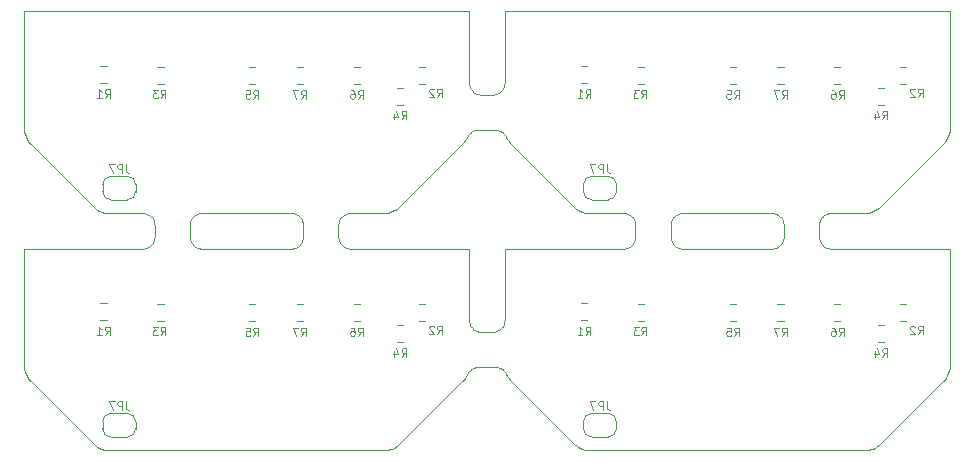
<source format=gbr>
G04 #@! TF.GenerationSoftware,KiCad,Pcbnew,5.1.5+dfsg1-2build2*
G04 #@! TF.CreationDate,2021-02-18T17:25:55-08:00*
G04 #@! TF.ProjectId,panel,70616e65-6c2e-46b6-9963-61645f706362,rev?*
G04 #@! TF.SameCoordinates,Original*
G04 #@! TF.FileFunction,Legend,Bot*
G04 #@! TF.FilePolarity,Positive*
%FSLAX46Y46*%
G04 Gerber Fmt 4.6, Leading zero omitted, Abs format (unit mm)*
G04 Created by KiCad (PCBNEW 5.1.5+dfsg1-2build2) date 2021-02-18 17:25:55*
%MOMM*%
%LPD*%
G04 APERTURE LIST*
G04 #@! TA.AperFunction,Profile*
%ADD10C,0.100000*%
G04 #@! TD*
%ADD11C,0.120000*%
%ADD12C,0.100000*%
G04 APERTURE END LIST*
D10*
X72644400Y-70082900D02*
X65059100Y-70082900D01*
X72741700Y-70078100D02*
X72644400Y-70082900D01*
X72837800Y-70063900D02*
X72741700Y-70078100D01*
X72932100Y-70040300D02*
X72837800Y-70063900D01*
X73023500Y-70007500D02*
X72932100Y-70040300D01*
X73111400Y-69966000D02*
X73023500Y-70007500D01*
X73194700Y-69916000D02*
X73111400Y-69966000D01*
X73272700Y-69858200D02*
X73194700Y-69916000D01*
X73344700Y-69792900D02*
X73272700Y-69858200D01*
X73410000Y-69720900D02*
X73344700Y-69792900D01*
X73467800Y-69642900D02*
X73410000Y-69720900D01*
X73517800Y-69559600D02*
X73467800Y-69642900D01*
X73559300Y-69471800D02*
X73517800Y-69559600D01*
X73592000Y-69380300D02*
X73559300Y-69471800D01*
X73615600Y-69286000D02*
X73592000Y-69380300D01*
X73629900Y-69189900D02*
X73615600Y-69286000D01*
X73634700Y-69092700D02*
X73629900Y-69189900D01*
X73634700Y-68074000D02*
X73634700Y-69092700D01*
X73629900Y-67976700D02*
X73634700Y-68074000D01*
X73615600Y-67880600D02*
X73629900Y-67976700D01*
X73592000Y-67786400D02*
X73615600Y-67880600D01*
X73559300Y-67694900D02*
X73592000Y-67786400D01*
X73517800Y-67607100D02*
X73559300Y-67694900D01*
X73467900Y-67523800D02*
X73517800Y-67607100D01*
X73410000Y-67445700D02*
X73467900Y-67523800D01*
X73344800Y-67373700D02*
X73410000Y-67445700D01*
X73272800Y-67308500D02*
X73344800Y-67373700D01*
X73194800Y-67250600D02*
X73272800Y-67308500D01*
X73111400Y-67200700D02*
X73194800Y-67250600D01*
X73023600Y-67159100D02*
X73111400Y-67200700D01*
X72932200Y-67126400D02*
X73023600Y-67159100D01*
X72837900Y-67102800D02*
X72932200Y-67126400D01*
X72741900Y-67088500D02*
X72837900Y-67102800D01*
X72644600Y-67083700D02*
X72741900Y-67088500D01*
X65059200Y-67082600D02*
X72644600Y-67083700D01*
X64961900Y-67087300D02*
X65059200Y-67082600D01*
X64865800Y-67101600D02*
X64961900Y-67087300D01*
X64771600Y-67125200D02*
X64865800Y-67101600D01*
X64680100Y-67157900D02*
X64771600Y-67125200D01*
X64592300Y-67199400D02*
X64680100Y-67157900D01*
X64508900Y-67249400D02*
X64592300Y-67199400D01*
X64430900Y-67307200D02*
X64508900Y-67249400D01*
X64358900Y-67372500D02*
X64430900Y-67307200D01*
X64293600Y-67444500D02*
X64358900Y-67372500D01*
X64235700Y-67522500D02*
X64293600Y-67444500D01*
X64185800Y-67605800D02*
X64235700Y-67522500D01*
X64144200Y-67693700D02*
X64185800Y-67605800D01*
X64111500Y-67785200D02*
X64144200Y-67693700D01*
X64087900Y-67879400D02*
X64111500Y-67785200D01*
X64073600Y-67975500D02*
X64087900Y-67879400D01*
X64068800Y-68072800D02*
X64073600Y-67975500D01*
X64068800Y-69092700D02*
X64068800Y-68072800D01*
X64073600Y-69189900D02*
X64068800Y-69092700D01*
X64087900Y-69286000D02*
X64073600Y-69189900D01*
X64111500Y-69380300D02*
X64087900Y-69286000D01*
X64144200Y-69471800D02*
X64111500Y-69380300D01*
X64185700Y-69559600D02*
X64144200Y-69471800D01*
X64235700Y-69642900D02*
X64185700Y-69559600D01*
X64293600Y-69720900D02*
X64235700Y-69642900D01*
X64358800Y-69792900D02*
X64293600Y-69720900D01*
X64430800Y-69858200D02*
X64358800Y-69792900D01*
X64508800Y-69916000D02*
X64430800Y-69858200D01*
X64592200Y-69966000D02*
X64508800Y-69916000D01*
X64680000Y-70007500D02*
X64592200Y-69966000D01*
X64771500Y-70040300D02*
X64680000Y-70007500D01*
X64865700Y-70063900D02*
X64771500Y-70040300D01*
X64961800Y-70078100D02*
X64865700Y-70063900D01*
X65059100Y-70082900D02*
X64961800Y-70078100D01*
X87488100Y-60734200D02*
X87533600Y-60632300D01*
X87381200Y-60919400D02*
X87488100Y-60734200D01*
X87255200Y-61092200D02*
X87381200Y-60919400D01*
X87107900Y-61254900D02*
X87255200Y-61092200D01*
X81868200Y-66494500D02*
X87107900Y-61254900D01*
X81718300Y-66630300D02*
X81868200Y-66494500D01*
X81560100Y-66747600D02*
X81718300Y-66630300D01*
X81402700Y-66842300D02*
X81560100Y-66747600D01*
X81380900Y-66853900D02*
X81402700Y-66842300D01*
X81214600Y-66932300D02*
X81380900Y-66853900D01*
X81041200Y-66994600D02*
X81214600Y-66932300D01*
X81017600Y-67001800D02*
X81041200Y-66994600D01*
X80839200Y-67046200D02*
X81017600Y-67001800D01*
X80645000Y-67075000D02*
X80839200Y-67046200D01*
X80442500Y-67084900D02*
X80645000Y-67075000D01*
X77627100Y-67084500D02*
X80442500Y-67084900D01*
X77529800Y-67089200D02*
X77627100Y-67084500D01*
X77433700Y-67103500D02*
X77529800Y-67089200D01*
X77339400Y-67127100D02*
X77433700Y-67103500D01*
X77247900Y-67159800D02*
X77339400Y-67127100D01*
X77160100Y-67201300D02*
X77247900Y-67159800D01*
X77076800Y-67251300D02*
X77160100Y-67201300D01*
X76998700Y-67309100D02*
X77076800Y-67251300D01*
X76926700Y-67374400D02*
X76998700Y-67309100D01*
X76861500Y-67446400D02*
X76926700Y-67374400D01*
X76803600Y-67524400D02*
X76861500Y-67446400D01*
X76753600Y-67607800D02*
X76803600Y-67524400D01*
X76712100Y-67695600D02*
X76753600Y-67607800D01*
X76679300Y-67787100D02*
X76712100Y-67695600D01*
X76655700Y-67881300D02*
X76679300Y-67787100D01*
X76641500Y-67977400D02*
X76655700Y-67881300D01*
X76636700Y-68074700D02*
X76641500Y-67977400D01*
X76636700Y-69092700D02*
X76636700Y-68074700D01*
X76641500Y-69189900D02*
X76636700Y-69092700D01*
X76655700Y-69286000D02*
X76641500Y-69189900D01*
X76679300Y-69380300D02*
X76655700Y-69286000D01*
X76712100Y-69471800D02*
X76679300Y-69380300D01*
X76753600Y-69559600D02*
X76712100Y-69471800D01*
X76803500Y-69642900D02*
X76753600Y-69559600D01*
X76861400Y-69720900D02*
X76803500Y-69642900D01*
X76926700Y-69792900D02*
X76861400Y-69720900D01*
X76998600Y-69858200D02*
X76926700Y-69792900D01*
X77076700Y-69916000D02*
X76998600Y-69858200D01*
X77160000Y-69966000D02*
X77076700Y-69916000D01*
X77247800Y-70007500D02*
X77160000Y-69966000D01*
X77339300Y-70040300D02*
X77247800Y-70007500D01*
X77433500Y-70063900D02*
X77339300Y-70040300D01*
X77529600Y-70078100D02*
X77433500Y-70063900D01*
X77626900Y-70082900D02*
X77529600Y-70078100D01*
X87686000Y-70082900D02*
X77626900Y-70082900D01*
X87694000Y-70084400D02*
X87686000Y-70082900D01*
X87698500Y-70089400D02*
X87694000Y-70084400D01*
X87699600Y-70096500D02*
X87698500Y-70089400D01*
X87702600Y-76135100D02*
X87699600Y-70096500D01*
X87707400Y-76232400D02*
X87702600Y-76135100D01*
X87721700Y-76328400D02*
X87707400Y-76232400D01*
X87745400Y-76422600D02*
X87721700Y-76328400D01*
X87778100Y-76514100D02*
X87745400Y-76422600D01*
X87819700Y-76601800D02*
X87778100Y-76514100D01*
X87869600Y-76685100D02*
X87819700Y-76601800D01*
X87927500Y-76763100D02*
X87869600Y-76685100D01*
X87992700Y-76835100D02*
X87927500Y-76763100D01*
X88064700Y-76900300D02*
X87992700Y-76835100D01*
X88142700Y-76958100D02*
X88064700Y-76900300D01*
X88226100Y-77008000D02*
X88142700Y-76958100D01*
X88313900Y-77049500D02*
X88226100Y-77008000D01*
X88405300Y-77082300D02*
X88313900Y-77049500D01*
X88499500Y-77105800D02*
X88405300Y-77082300D01*
X88595600Y-77120100D02*
X88499500Y-77105800D01*
X88692800Y-77124900D02*
X88595600Y-77120100D01*
X89712800Y-77124900D02*
X88692800Y-77124900D01*
X89810100Y-77120100D02*
X89712800Y-77124900D01*
X89906200Y-77105800D02*
X89810100Y-77120100D01*
X90000400Y-77082200D02*
X89906200Y-77105800D01*
X90091900Y-77049500D02*
X90000400Y-77082200D01*
X90179700Y-77008000D02*
X90091900Y-77049500D01*
X90263000Y-76958000D02*
X90179700Y-77008000D01*
X90341100Y-76900200D02*
X90263000Y-76958000D01*
X90413100Y-76834900D02*
X90341100Y-76900200D01*
X90478300Y-76763000D02*
X90413100Y-76834900D01*
X90536200Y-76685000D02*
X90478300Y-76763000D01*
X90586100Y-76601600D02*
X90536200Y-76685000D01*
X90627700Y-76513800D02*
X90586100Y-76601600D01*
X90660400Y-76422400D02*
X90627700Y-76513800D01*
X90684000Y-76328100D02*
X90660400Y-76422400D01*
X90698300Y-76232000D02*
X90684000Y-76328100D01*
X90703100Y-76134800D02*
X90698300Y-76232000D01*
X90704000Y-70096500D02*
X90703100Y-76134800D01*
X90705100Y-70089400D02*
X90704000Y-70096500D01*
X90708800Y-70084900D02*
X90705100Y-70089400D01*
X90717600Y-70082900D02*
X90708800Y-70084900D01*
X100780100Y-70082900D02*
X90717600Y-70082900D01*
X100877400Y-70078100D02*
X100780100Y-70082900D01*
X100973500Y-70063900D02*
X100877400Y-70078100D01*
X101067700Y-70040300D02*
X100973500Y-70063900D01*
X101159200Y-70007500D02*
X101067700Y-70040300D01*
X101247000Y-69966000D02*
X101159200Y-70007500D01*
X101330400Y-69916000D02*
X101247000Y-69966000D01*
X101408400Y-69858200D02*
X101330400Y-69916000D01*
X101480400Y-69792900D02*
X101408400Y-69858200D01*
X101545600Y-69720900D02*
X101480400Y-69792900D01*
X101603500Y-69642900D02*
X101545600Y-69720900D01*
X101653500Y-69559600D02*
X101603500Y-69642900D01*
X101695000Y-69471800D02*
X101653500Y-69559600D01*
X101727700Y-69380300D02*
X101695000Y-69471800D01*
X101751300Y-69286000D02*
X101727700Y-69380300D01*
X101765600Y-69189900D02*
X101751300Y-69286000D01*
X101770400Y-69092700D02*
X101765600Y-69189900D01*
X101770400Y-68072100D02*
X101770400Y-69092700D01*
X101765600Y-67974800D02*
X101770400Y-68072100D01*
X101751300Y-67878700D02*
X101765600Y-67974800D01*
X101727700Y-67784500D02*
X101751300Y-67878700D01*
X101695000Y-67693000D02*
X101727700Y-67784500D01*
X101653500Y-67605200D02*
X101695000Y-67693000D01*
X101603500Y-67521900D02*
X101653500Y-67605200D01*
X101545700Y-67443800D02*
X101603500Y-67521900D01*
X101480400Y-67371800D02*
X101545700Y-67443800D01*
X101408500Y-67306600D02*
X101480400Y-67371800D01*
X101330400Y-67248700D02*
X101408500Y-67306600D01*
X101247100Y-67198800D02*
X101330400Y-67248700D01*
X101159300Y-67157200D02*
X101247100Y-67198800D01*
X101067900Y-67124500D02*
X101159300Y-67157200D01*
X100973600Y-67100900D02*
X101067900Y-67124500D01*
X100877500Y-67086600D02*
X100973600Y-67100900D01*
X100780300Y-67081800D02*
X100877500Y-67086600D01*
X97956900Y-67081400D02*
X100780300Y-67081800D01*
X97725700Y-67068300D02*
X97956900Y-67081400D01*
X97504700Y-67030700D02*
X97725700Y-67068300D01*
X97289200Y-66968600D02*
X97504700Y-67030700D01*
X97082000Y-66882800D02*
X97289200Y-66968600D01*
X96885800Y-66774300D02*
X97082000Y-66882800D01*
X96702900Y-66644500D02*
X96885800Y-66774300D01*
X96530600Y-66490600D02*
X96702900Y-66644500D01*
X91289100Y-61251500D02*
X96530600Y-66490600D01*
X91157000Y-61105500D02*
X91289100Y-61251500D01*
X91040000Y-60947700D02*
X91157000Y-61105500D01*
X90939300Y-60779700D02*
X91040000Y-60947700D01*
X90858600Y-60609800D02*
X90939300Y-60779700D01*
X90810400Y-60520200D02*
X90858600Y-60609800D01*
X90753400Y-60436100D02*
X90810400Y-60520200D01*
X90688100Y-60358300D02*
X90753400Y-60436100D01*
X90615100Y-60287600D02*
X90688100Y-60358300D01*
X90535400Y-60224800D02*
X90615100Y-60287600D01*
X90449500Y-60170500D02*
X90535400Y-60224800D01*
X90358600Y-60125200D02*
X90449500Y-60170500D01*
X90263600Y-60089500D02*
X90358600Y-60125200D01*
X90165300Y-60063800D02*
X90263600Y-60089500D01*
X90065000Y-60048200D02*
X90165300Y-60063800D01*
X89963300Y-60043000D02*
X90065000Y-60048200D01*
X88439200Y-60043000D02*
X89963300Y-60043000D01*
X88343900Y-60047500D02*
X88439200Y-60043000D01*
X88249700Y-60061200D02*
X88343900Y-60047500D01*
X88157300Y-60083900D02*
X88249700Y-60061200D01*
X88067400Y-60115300D02*
X88157300Y-60083900D01*
X87981000Y-60155200D02*
X88067400Y-60115300D01*
X87898900Y-60203200D02*
X87981000Y-60155200D01*
X87821700Y-60258900D02*
X87898900Y-60203200D01*
X87750200Y-60321800D02*
X87821700Y-60258900D01*
X87685100Y-60391200D02*
X87750200Y-60321800D01*
X87627000Y-60466500D02*
X87685100Y-60391200D01*
X87576400Y-60547100D02*
X87627000Y-60466500D01*
X87533600Y-60632300D02*
X87576400Y-60547100D01*
X113348000Y-70082900D02*
X105762600Y-70082900D01*
X113445200Y-70078100D02*
X113348000Y-70082900D01*
X113541300Y-70063900D02*
X113445200Y-70078100D01*
X113635600Y-70040300D02*
X113541300Y-70063900D01*
X113727100Y-70007500D02*
X113635600Y-70040300D01*
X113814900Y-69966000D02*
X113727100Y-70007500D01*
X113898200Y-69916000D02*
X113814900Y-69966000D01*
X113976200Y-69858200D02*
X113898200Y-69916000D01*
X114048200Y-69792900D02*
X113976200Y-69858200D01*
X114113500Y-69720900D02*
X114048200Y-69792900D01*
X114171300Y-69642900D02*
X114113500Y-69720900D01*
X114221300Y-69559600D02*
X114171300Y-69642900D01*
X114262800Y-69471800D02*
X114221300Y-69559600D01*
X114295600Y-69380300D02*
X114262800Y-69471800D01*
X114319200Y-69286000D02*
X114295600Y-69380300D01*
X114333400Y-69189900D02*
X114319200Y-69286000D01*
X114338200Y-69092700D02*
X114333400Y-69189900D01*
X114338200Y-68074000D02*
X114338200Y-69092700D01*
X114333400Y-67976700D02*
X114338200Y-68074000D01*
X114319200Y-67880600D02*
X114333400Y-67976700D01*
X114295600Y-67786400D02*
X114319200Y-67880600D01*
X114262800Y-67694900D02*
X114295600Y-67786400D01*
X114221300Y-67607100D02*
X114262800Y-67694900D01*
X114171400Y-67523800D02*
X114221300Y-67607100D01*
X114113500Y-67445700D02*
X114171400Y-67523800D01*
X114048300Y-67373700D02*
X114113500Y-67445700D01*
X113976300Y-67308500D02*
X114048300Y-67373700D01*
X113898300Y-67250600D02*
X113976300Y-67308500D01*
X113815000Y-67200700D02*
X113898300Y-67250600D01*
X113727200Y-67159100D02*
X113815000Y-67200700D01*
X113635700Y-67126400D02*
X113727200Y-67159100D01*
X113541500Y-67102800D02*
X113635700Y-67126400D01*
X113445400Y-67088500D02*
X113541500Y-67102800D01*
X113348100Y-67083700D02*
X113445400Y-67088500D01*
X105762800Y-67082600D02*
X113348100Y-67083700D01*
X105665500Y-67087300D02*
X105762800Y-67082600D01*
X105569400Y-67101600D02*
X105665500Y-67087300D01*
X105475100Y-67125200D02*
X105569400Y-67101600D01*
X105383600Y-67157900D02*
X105475100Y-67125200D01*
X105295800Y-67199400D02*
X105383600Y-67157900D01*
X105212400Y-67249400D02*
X105295800Y-67199400D01*
X105134400Y-67307200D02*
X105212400Y-67249400D01*
X105062400Y-67372500D02*
X105134400Y-67307200D01*
X104997100Y-67444500D02*
X105062400Y-67372500D01*
X104939200Y-67522500D02*
X104997100Y-67444500D01*
X104889300Y-67605800D02*
X104939200Y-67522500D01*
X104847700Y-67693700D02*
X104889300Y-67605800D01*
X104815000Y-67785200D02*
X104847700Y-67693700D01*
X104791400Y-67879400D02*
X104815000Y-67785200D01*
X104777100Y-67975500D02*
X104791400Y-67879400D01*
X104772400Y-68072800D02*
X104777100Y-67975500D01*
X104772400Y-69092700D02*
X104772400Y-68072800D01*
X104777100Y-69189900D02*
X104772400Y-69092700D01*
X104791400Y-69286000D02*
X104777100Y-69189900D01*
X104815000Y-69380300D02*
X104791400Y-69286000D01*
X104847700Y-69471800D02*
X104815000Y-69380300D01*
X104889300Y-69559600D02*
X104847700Y-69471800D01*
X104939200Y-69642900D02*
X104889300Y-69559600D01*
X104997100Y-69720900D02*
X104939200Y-69642900D01*
X105062300Y-69792900D02*
X104997100Y-69720900D01*
X105134300Y-69858200D02*
X105062300Y-69792900D01*
X105212400Y-69916000D02*
X105134300Y-69858200D01*
X105295700Y-69966000D02*
X105212400Y-69916000D01*
X105383500Y-70007500D02*
X105295700Y-69966000D01*
X105475000Y-70040300D02*
X105383500Y-70007500D01*
X105569200Y-70063900D02*
X105475000Y-70040300D01*
X105665300Y-70078100D02*
X105569200Y-70063900D01*
X105762600Y-70082900D02*
X105665300Y-70078100D01*
X50001300Y-50006400D02*
X50000500Y-50011600D01*
X50003800Y-50002300D02*
X50001300Y-50006400D01*
X50007900Y-49999800D02*
X50003800Y-50002300D01*
X50014100Y-49999000D02*
X50007900Y-49999800D01*
X87691200Y-49999500D02*
X50014100Y-49999000D01*
X87697600Y-50003800D02*
X87691200Y-49999500D01*
X87699600Y-50012600D02*
X87697600Y-50003800D01*
X87702600Y-56051200D02*
X87699600Y-50012600D01*
X87707400Y-56148400D02*
X87702600Y-56051200D01*
X87721700Y-56244500D02*
X87707400Y-56148400D01*
X87745400Y-56338700D02*
X87721700Y-56244500D01*
X87778100Y-56430100D02*
X87745400Y-56338700D01*
X87819700Y-56517900D02*
X87778100Y-56430100D01*
X87869600Y-56601200D02*
X87819700Y-56517900D01*
X87927500Y-56679200D02*
X87869600Y-56601200D01*
X87992700Y-56751200D02*
X87927500Y-56679200D01*
X88064700Y-56816400D02*
X87992700Y-56751200D01*
X88142700Y-56874200D02*
X88064700Y-56816400D01*
X88226100Y-56924100D02*
X88142700Y-56874200D01*
X88313900Y-56965600D02*
X88226100Y-56924100D01*
X88405300Y-56998300D02*
X88313900Y-56965600D01*
X88499500Y-57021900D02*
X88405300Y-56998300D01*
X88595600Y-57036200D02*
X88499500Y-57021900D01*
X88692800Y-57041000D02*
X88595600Y-57036200D01*
X89712800Y-57041000D02*
X88692800Y-57041000D01*
X89810100Y-57036200D02*
X89712800Y-57041000D01*
X89906200Y-57021900D02*
X89810100Y-57036200D01*
X90000400Y-56998300D02*
X89906200Y-57021900D01*
X90091900Y-56965600D02*
X90000400Y-56998300D01*
X90179700Y-56924100D02*
X90091900Y-56965600D01*
X90263000Y-56874100D02*
X90179700Y-56924100D01*
X90341100Y-56816300D02*
X90263000Y-56874100D01*
X90413100Y-56751000D02*
X90341100Y-56816300D01*
X90478300Y-56679100D02*
X90413100Y-56751000D01*
X90536200Y-56601000D02*
X90478300Y-56679100D01*
X90586100Y-56517700D02*
X90536200Y-56601000D01*
X90627700Y-56429900D02*
X90586100Y-56517700D01*
X90660400Y-56338500D02*
X90627700Y-56429900D01*
X90684000Y-56244200D02*
X90660400Y-56338500D01*
X90698300Y-56148100D02*
X90684000Y-56244200D01*
X90703100Y-56050900D02*
X90698300Y-56148100D01*
X90704000Y-50012600D02*
X90703100Y-56050900D01*
X90706000Y-50003800D02*
X90704000Y-50012600D01*
X90712400Y-49999500D02*
X90706000Y-50003800D01*
X128389500Y-49999000D02*
X90712400Y-49999500D01*
X128396600Y-50000100D02*
X128389500Y-49999000D01*
X128401600Y-50004600D02*
X128396600Y-50000100D01*
X128403100Y-50012600D02*
X128401600Y-50004600D01*
X128407700Y-59912500D02*
X128403100Y-50012600D01*
X128386800Y-60125800D02*
X128407700Y-59912500D01*
X128346700Y-60321800D02*
X128386800Y-60125800D01*
X128339900Y-60347700D02*
X128346700Y-60321800D01*
X128278400Y-60538200D02*
X128339900Y-60347700D01*
X128197500Y-60721900D02*
X128278400Y-60538200D01*
X128185400Y-60745700D02*
X128197500Y-60721900D01*
X128091700Y-60908000D02*
X128185400Y-60745700D01*
X128077300Y-60930100D02*
X128091700Y-60908000D01*
X127959100Y-61091700D02*
X128077300Y-60930100D01*
X127811300Y-61254900D02*
X127959100Y-61091700D01*
X122571700Y-66494500D02*
X127811300Y-61254900D01*
X122421800Y-66630300D02*
X122571700Y-66494500D01*
X122263700Y-66747600D02*
X122421800Y-66630300D01*
X122106200Y-66842300D02*
X122263700Y-66747600D01*
X122084400Y-66853900D02*
X122106200Y-66842300D01*
X121918100Y-66932300D02*
X122084400Y-66853900D01*
X121744700Y-66994600D02*
X121918100Y-66932300D01*
X121721100Y-67001800D02*
X121744700Y-66994600D01*
X121542700Y-67046200D02*
X121721100Y-67001800D01*
X121348000Y-67075000D02*
X121542700Y-67046200D01*
X121146000Y-67084900D02*
X121348000Y-67075000D01*
X118330600Y-67084500D02*
X121146000Y-67084900D01*
X118233300Y-67089200D02*
X118330600Y-67084500D01*
X118137200Y-67103500D02*
X118233300Y-67089200D01*
X118042900Y-67127100D02*
X118137200Y-67103500D01*
X117951500Y-67159800D02*
X118042900Y-67127100D01*
X117863600Y-67201300D02*
X117951500Y-67159800D01*
X117780300Y-67251300D02*
X117863600Y-67201300D01*
X117702200Y-67309100D02*
X117780300Y-67251300D01*
X117630200Y-67374400D02*
X117702200Y-67309100D01*
X117565000Y-67446400D02*
X117630200Y-67374400D01*
X117507100Y-67524400D02*
X117565000Y-67446400D01*
X117457100Y-67607800D02*
X117507100Y-67524400D01*
X117415600Y-67695600D02*
X117457100Y-67607800D01*
X117382800Y-67787100D02*
X117415600Y-67695600D01*
X117359200Y-67881300D02*
X117382800Y-67787100D01*
X117345000Y-67977400D02*
X117359200Y-67881300D01*
X117340200Y-68074700D02*
X117345000Y-67977400D01*
X117340200Y-69092700D02*
X117340200Y-68074700D01*
X117345000Y-69189900D02*
X117340200Y-69092700D01*
X117359200Y-69286000D02*
X117345000Y-69189900D01*
X117382800Y-69380300D02*
X117359200Y-69286000D01*
X117415600Y-69471800D02*
X117382800Y-69380300D01*
X117457100Y-69559600D02*
X117415600Y-69471800D01*
X117507100Y-69642900D02*
X117457100Y-69559600D01*
X117564900Y-69720900D02*
X117507100Y-69642900D01*
X117630200Y-69792900D02*
X117564900Y-69720900D01*
X117702200Y-69858200D02*
X117630200Y-69792900D01*
X117780200Y-69916000D02*
X117702200Y-69858200D01*
X117863500Y-69966000D02*
X117780200Y-69916000D01*
X117951300Y-70007500D02*
X117863500Y-69966000D01*
X118042800Y-70040300D02*
X117951300Y-70007500D01*
X118137100Y-70063900D02*
X118042800Y-70040300D01*
X118233200Y-70078100D02*
X118137100Y-70063900D01*
X118330400Y-70082900D02*
X118233200Y-70078100D01*
X128389500Y-70082900D02*
X118330400Y-70082900D01*
X128396600Y-70084000D02*
X128389500Y-70082900D01*
X128400500Y-70086900D02*
X128396600Y-70084000D01*
X128403100Y-70096500D02*
X128400500Y-70086900D01*
X128408000Y-79984300D02*
X128403100Y-70096500D01*
X128406800Y-80008900D02*
X128408000Y-79984300D01*
X128388500Y-80196100D02*
X128406800Y-80008900D01*
X128384500Y-80222500D02*
X128388500Y-80196100D01*
X128343500Y-80419100D02*
X128384500Y-80222500D01*
X128278200Y-80622600D02*
X128343500Y-80419100D01*
X128191800Y-80817700D02*
X128278200Y-80622600D01*
X128085000Y-81002900D02*
X128191800Y-80817700D01*
X127959100Y-81175700D02*
X128085000Y-81002900D01*
X127815500Y-81334500D02*
X127959100Y-81175700D01*
X122567200Y-86582800D02*
X127815500Y-81334500D01*
X122421400Y-86714600D02*
X122567200Y-86582800D01*
X122264100Y-86831200D02*
X122421400Y-86714600D01*
X122095600Y-86932200D02*
X122264100Y-86831200D01*
X121929200Y-87011300D02*
X122095600Y-86932200D01*
X121906400Y-87020700D02*
X121929200Y-87011300D01*
X121744700Y-87078500D02*
X121906400Y-87020700D01*
X121721100Y-87085700D02*
X121744700Y-87078500D01*
X121542300Y-87130200D02*
X121721100Y-87085700D01*
X121348000Y-87158900D02*
X121542300Y-87130200D01*
X121146000Y-87168800D02*
X121348000Y-87158900D01*
X97956900Y-87165300D02*
X121146000Y-87168800D01*
X97726300Y-87152300D02*
X97956900Y-87165300D01*
X97505200Y-87114800D02*
X97726300Y-87152300D01*
X97289200Y-87052500D02*
X97505200Y-87114800D01*
X97095200Y-86972600D02*
X97289200Y-87052500D01*
X97069800Y-86960400D02*
X97095200Y-86972600D01*
X96886200Y-86858500D02*
X97069800Y-86960400D01*
X96714400Y-86737100D02*
X96886200Y-86858500D01*
X96692400Y-86719600D02*
X96714400Y-86737100D01*
X96535800Y-86579500D02*
X96692400Y-86719600D01*
X91289100Y-81335400D02*
X96535800Y-86579500D01*
X91157000Y-81189400D02*
X91289100Y-81335400D01*
X91040300Y-81032100D02*
X91157000Y-81189400D01*
X90939300Y-80863600D02*
X91040300Y-81032100D01*
X90858600Y-80693800D02*
X90939300Y-80863600D01*
X90810400Y-80604100D02*
X90858600Y-80693800D01*
X90753400Y-80520000D02*
X90810400Y-80604100D01*
X90688100Y-80442200D02*
X90753400Y-80520000D01*
X90615100Y-80371600D02*
X90688100Y-80442200D01*
X90535400Y-80308700D02*
X90615100Y-80371600D01*
X90449500Y-80254400D02*
X90535400Y-80308700D01*
X90358600Y-80209100D02*
X90449500Y-80254400D01*
X90263600Y-80173400D02*
X90358600Y-80209100D01*
X90165300Y-80147700D02*
X90263600Y-80173400D01*
X90065000Y-80132100D02*
X90165300Y-80147700D01*
X89963300Y-80126900D02*
X90065000Y-80132100D01*
X88439200Y-80126900D02*
X89963300Y-80126900D01*
X88343900Y-80131500D02*
X88439200Y-80126900D01*
X88249700Y-80145100D02*
X88343900Y-80131500D01*
X88157300Y-80167800D02*
X88249700Y-80145100D01*
X88067400Y-80199200D02*
X88157300Y-80167800D01*
X87981000Y-80239100D02*
X88067400Y-80199200D01*
X87898900Y-80287100D02*
X87981000Y-80239100D01*
X87821700Y-80342800D02*
X87898900Y-80287100D01*
X87750200Y-80405700D02*
X87821700Y-80342800D01*
X87685100Y-80475100D02*
X87750200Y-80405700D01*
X87627000Y-80550400D02*
X87685100Y-80475100D01*
X87576400Y-80631000D02*
X87627000Y-80550400D01*
X87533600Y-80716300D02*
X87576400Y-80631000D01*
X87488100Y-80818100D02*
X87533600Y-80716300D01*
X87381200Y-81003300D02*
X87488100Y-80818100D01*
X87255600Y-81175700D02*
X87381200Y-81003300D01*
X87112000Y-81334500D02*
X87255600Y-81175700D01*
X81863800Y-86582600D02*
X87112000Y-81334500D01*
X81718300Y-86714300D02*
X81863800Y-86582600D01*
X81570500Y-86824300D02*
X81718300Y-86714300D01*
X81550000Y-86838000D02*
X81570500Y-86824300D01*
X81391700Y-86932400D02*
X81550000Y-86838000D01*
X81214600Y-87016200D02*
X81391700Y-86932400D01*
X81041200Y-87078500D02*
X81214600Y-87016200D01*
X81017600Y-87085700D02*
X81041200Y-87078500D01*
X80839200Y-87130100D02*
X81017600Y-87085700D01*
X80644500Y-87158900D02*
X80839200Y-87130100D01*
X80442500Y-87168800D02*
X80644500Y-87158900D01*
X57253400Y-87165300D02*
X80442500Y-87168800D01*
X57022800Y-87152300D02*
X57253400Y-87165300D01*
X56815300Y-87117500D02*
X57022800Y-87152300D01*
X56787800Y-87111200D02*
X56815300Y-87117500D01*
X56599400Y-87056900D02*
X56787800Y-87111200D01*
X56573100Y-87047700D02*
X56599400Y-87056900D01*
X56378500Y-86966700D02*
X56573100Y-87047700D01*
X56182200Y-86858200D02*
X56378500Y-86966700D01*
X55999400Y-86728400D02*
X56182200Y-86858200D01*
X55827100Y-86574600D02*
X55999400Y-86728400D01*
X50585500Y-81335400D02*
X55827100Y-86574600D01*
X50453500Y-81189400D02*
X50585500Y-81335400D01*
X50336500Y-81031700D02*
X50453500Y-81189400D01*
X50235500Y-80863200D02*
X50336500Y-81031700D01*
X50151500Y-80685600D02*
X50235500Y-80863200D01*
X50085500Y-80501100D02*
X50151500Y-80685600D01*
X50037800Y-80310500D02*
X50085500Y-80501100D01*
X50008900Y-80116200D02*
X50037800Y-80310500D01*
X49999100Y-79919700D02*
X50008900Y-80116200D01*
X50001000Y-70091300D02*
X49999100Y-79919700D01*
X50005300Y-70084900D02*
X50001000Y-70091300D01*
X50014100Y-70082900D02*
X50005300Y-70084900D01*
X60076600Y-70082900D02*
X50014100Y-70082900D01*
X60173900Y-70078100D02*
X60076600Y-70082900D01*
X60270000Y-70063900D02*
X60173900Y-70078100D01*
X60364200Y-70040300D02*
X60270000Y-70063900D01*
X60455700Y-70007500D02*
X60364200Y-70040300D01*
X60543500Y-69966000D02*
X60455700Y-70007500D01*
X60626800Y-69916000D02*
X60543500Y-69966000D01*
X60704900Y-69858200D02*
X60626800Y-69916000D01*
X60776900Y-69792900D02*
X60704900Y-69858200D01*
X60842100Y-69720900D02*
X60776900Y-69792900D01*
X60900000Y-69642900D02*
X60842100Y-69720900D01*
X60949900Y-69559600D02*
X60900000Y-69642900D01*
X60991500Y-69471800D02*
X60949900Y-69559600D01*
X61024200Y-69380300D02*
X60991500Y-69471800D01*
X61047800Y-69286000D02*
X61024200Y-69380300D01*
X61062100Y-69189900D02*
X61047800Y-69286000D01*
X61066800Y-69092700D02*
X61062100Y-69189900D01*
X61066800Y-68072100D02*
X61066800Y-69092700D01*
X61062100Y-67974800D02*
X61066800Y-68072100D01*
X61047800Y-67878700D02*
X61062100Y-67974800D01*
X61024200Y-67784500D02*
X61047800Y-67878700D01*
X60991500Y-67693000D02*
X61024200Y-67784500D01*
X60950000Y-67605200D02*
X60991500Y-67693000D01*
X60900000Y-67521900D02*
X60950000Y-67605200D01*
X60842200Y-67443800D02*
X60900000Y-67521900D01*
X60776900Y-67371800D02*
X60842200Y-67443800D01*
X60704900Y-67306600D02*
X60776900Y-67371800D01*
X60626900Y-67248700D02*
X60704900Y-67306600D01*
X60543600Y-67198800D02*
X60626900Y-67248700D01*
X60455800Y-67157200D02*
X60543600Y-67198800D01*
X60364300Y-67124500D02*
X60455800Y-67157200D01*
X60270100Y-67100900D02*
X60364300Y-67124500D01*
X60174000Y-67086600D02*
X60270100Y-67100900D01*
X60076700Y-67081800D02*
X60174000Y-67086600D01*
X57253400Y-67081400D02*
X60076700Y-67081800D01*
X57036300Y-67069600D02*
X57253400Y-67081400D01*
X57008600Y-67066400D02*
X57036300Y-67069600D01*
X56801700Y-67030900D02*
X57008600Y-67066400D01*
X56586200Y-66968800D02*
X56801700Y-67030900D01*
X56379000Y-66883000D02*
X56586200Y-66968800D01*
X56182200Y-66774300D02*
X56379000Y-66883000D01*
X55999400Y-66644500D02*
X56182200Y-66774300D01*
X55827100Y-66490700D02*
X55999400Y-66644500D01*
X50589800Y-61255800D02*
X55827100Y-66490700D01*
X50453500Y-61105500D02*
X50589800Y-61255800D01*
X50343800Y-60958100D02*
X50453500Y-61105500D01*
X50330200Y-60937800D02*
X50343800Y-60958100D01*
X50235700Y-60779700D02*
X50330200Y-60937800D01*
X50156600Y-60613200D02*
X50235700Y-60779700D01*
X50147200Y-60590400D02*
X50156600Y-60613200D01*
X50085400Y-60416700D02*
X50147200Y-60590400D01*
X50040400Y-60238500D02*
X50085400Y-60416700D01*
X50035600Y-60214300D02*
X50040400Y-60238500D01*
X50008900Y-60031800D02*
X50035600Y-60214300D01*
X49999100Y-59836000D02*
X50008900Y-60031800D01*
X50000500Y-50011600D02*
X49999100Y-59836000D01*
D11*
G04 #@! TO.C,JP7*
X99478122Y-84037911D02*
X98078122Y-84037911D01*
X97378122Y-84737911D02*
X97378122Y-85337911D01*
X98078122Y-86037911D02*
X99478122Y-86037911D01*
X100178122Y-85337911D02*
X100178122Y-84737911D01*
X98078122Y-84037911D02*
G75*
G03X97378122Y-84737911I0J-700000D01*
G01*
X97378122Y-85337911D02*
G75*
G03X98078122Y-86037911I700000J0D01*
G01*
X99478122Y-86037911D02*
G75*
G03X100178122Y-85337911I0J700000D01*
G01*
X100178122Y-84737911D02*
G75*
G03X99478122Y-84037911I-700000J0D01*
G01*
G04 #@! TO.C,R1*
X97184770Y-74707911D02*
X97707274Y-74707911D01*
X97184770Y-76127911D02*
X97707274Y-76127911D01*
G04 #@! TO.C,R2*
X124164770Y-74797911D02*
X124687274Y-74797911D01*
X124164770Y-76217911D02*
X124687274Y-76217911D01*
G04 #@! TO.C,R3*
X102539374Y-76217911D02*
X102016870Y-76217911D01*
X102539374Y-74797911D02*
X102016870Y-74797911D01*
G04 #@! TO.C,R4*
X122307870Y-76547911D02*
X122830374Y-76547911D01*
X122307870Y-77967911D02*
X122830374Y-77967911D01*
G04 #@! TO.C,R5*
X109766870Y-74797911D02*
X110289374Y-74797911D01*
X109766870Y-76217911D02*
X110289374Y-76217911D01*
G04 #@! TO.C,R6*
X118624770Y-74797911D02*
X119147274Y-74797911D01*
X118624770Y-76217911D02*
X119147274Y-76217911D01*
G04 #@! TO.C,R7*
X113804770Y-74797911D02*
X114327274Y-74797911D01*
X113804770Y-76217911D02*
X114327274Y-76217911D01*
G04 #@! TO.C,JP7*
X58774601Y-84037911D02*
X57374601Y-84037911D01*
X56674601Y-84737911D02*
X56674601Y-85337911D01*
X57374601Y-86037911D02*
X58774601Y-86037911D01*
X59474601Y-85337911D02*
X59474601Y-84737911D01*
X57374601Y-84037911D02*
G75*
G03X56674601Y-84737911I0J-700000D01*
G01*
X56674601Y-85337911D02*
G75*
G03X57374601Y-86037911I700000J0D01*
G01*
X58774601Y-86037911D02*
G75*
G03X59474601Y-85337911I0J700000D01*
G01*
X59474601Y-84737911D02*
G75*
G03X58774601Y-84037911I-700000J0D01*
G01*
G04 #@! TO.C,R1*
X56481249Y-74707911D02*
X57003753Y-74707911D01*
X56481249Y-76127911D02*
X57003753Y-76127911D01*
G04 #@! TO.C,R2*
X83461249Y-74797911D02*
X83983753Y-74797911D01*
X83461249Y-76217911D02*
X83983753Y-76217911D01*
G04 #@! TO.C,R3*
X61835853Y-76217911D02*
X61313349Y-76217911D01*
X61835853Y-74797911D02*
X61313349Y-74797911D01*
G04 #@! TO.C,R4*
X81604349Y-76547911D02*
X82126853Y-76547911D01*
X81604349Y-77967911D02*
X82126853Y-77967911D01*
G04 #@! TO.C,R5*
X69063349Y-74797911D02*
X69585853Y-74797911D01*
X69063349Y-76217911D02*
X69585853Y-76217911D01*
G04 #@! TO.C,R6*
X77921249Y-74797911D02*
X78443753Y-74797911D01*
X77921249Y-76217911D02*
X78443753Y-76217911D01*
G04 #@! TO.C,R7*
X73101249Y-74797911D02*
X73623753Y-74797911D01*
X73101249Y-76217911D02*
X73623753Y-76217911D01*
G04 #@! TO.C,JP7*
X99478122Y-63954001D02*
X98078122Y-63954001D01*
X97378122Y-64654001D02*
X97378122Y-65254001D01*
X98078122Y-65954001D02*
X99478122Y-65954001D01*
X100178122Y-65254001D02*
X100178122Y-64654001D01*
X98078122Y-63954001D02*
G75*
G03X97378122Y-64654001I0J-700000D01*
G01*
X97378122Y-65254001D02*
G75*
G03X98078122Y-65954001I700000J0D01*
G01*
X99478122Y-65954001D02*
G75*
G03X100178122Y-65254001I0J700000D01*
G01*
X100178122Y-64654001D02*
G75*
G03X99478122Y-63954001I-700000J0D01*
G01*
G04 #@! TO.C,R1*
X97184770Y-54624001D02*
X97707274Y-54624001D01*
X97184770Y-56044001D02*
X97707274Y-56044001D01*
G04 #@! TO.C,R2*
X124164770Y-54714001D02*
X124687274Y-54714001D01*
X124164770Y-56134001D02*
X124687274Y-56134001D01*
G04 #@! TO.C,R3*
X102539374Y-56134001D02*
X102016870Y-56134001D01*
X102539374Y-54714001D02*
X102016870Y-54714001D01*
G04 #@! TO.C,R4*
X122307870Y-56464001D02*
X122830374Y-56464001D01*
X122307870Y-57884001D02*
X122830374Y-57884001D01*
G04 #@! TO.C,R5*
X109766870Y-54714001D02*
X110289374Y-54714001D01*
X109766870Y-56134001D02*
X110289374Y-56134001D01*
G04 #@! TO.C,R6*
X118624770Y-54714001D02*
X119147274Y-54714001D01*
X118624770Y-56134001D02*
X119147274Y-56134001D01*
G04 #@! TO.C,R7*
X113804770Y-54714001D02*
X114327274Y-54714001D01*
X113804770Y-56134001D02*
X114327274Y-56134001D01*
G04 #@! TO.C,JP7*
X58774601Y-63954001D02*
X57374601Y-63954001D01*
X56674601Y-64654001D02*
X56674601Y-65254001D01*
X57374601Y-65954001D02*
X58774601Y-65954001D01*
X59474601Y-65254001D02*
X59474601Y-64654001D01*
X57374601Y-63954001D02*
G75*
G03X56674601Y-64654001I0J-700000D01*
G01*
X56674601Y-65254001D02*
G75*
G03X57374601Y-65954001I700000J0D01*
G01*
X58774601Y-65954001D02*
G75*
G03X59474601Y-65254001I0J700000D01*
G01*
X59474601Y-64654001D02*
G75*
G03X58774601Y-63954001I-700000J0D01*
G01*
G04 #@! TO.C,R1*
X56481249Y-54624001D02*
X57003753Y-54624001D01*
X56481249Y-56044001D02*
X57003753Y-56044001D01*
G04 #@! TO.C,R2*
X83461249Y-54714001D02*
X83983753Y-54714001D01*
X83461249Y-56134001D02*
X83983753Y-56134001D01*
G04 #@! TO.C,R3*
X61835853Y-56134001D02*
X61313349Y-56134001D01*
X61835853Y-54714001D02*
X61313349Y-54714001D01*
G04 #@! TO.C,R4*
X81604349Y-56464001D02*
X82126853Y-56464001D01*
X81604349Y-57884001D02*
X82126853Y-57884001D01*
G04 #@! TO.C,R5*
X69063349Y-54714001D02*
X69585853Y-54714001D01*
X69063349Y-56134001D02*
X69585853Y-56134001D01*
G04 #@! TO.C,R6*
X77921249Y-54714001D02*
X78443753Y-54714001D01*
X77921249Y-56134001D02*
X78443753Y-56134001D01*
G04 #@! TO.C,R7*
X73101249Y-54714001D02*
X73623753Y-54714001D01*
X73101249Y-56134001D02*
X73623753Y-56134001D01*
G04 #@! TD*
G04 #@! TO.C,JP7*
D12*
X99361455Y-83024577D02*
X99361455Y-83524577D01*
X99394788Y-83624577D01*
X99461455Y-83691244D01*
X99561455Y-83724577D01*
X99628122Y-83724577D01*
X99028122Y-83724577D02*
X99028122Y-83024577D01*
X98761455Y-83024577D01*
X98694788Y-83057911D01*
X98661455Y-83091244D01*
X98628122Y-83157911D01*
X98628122Y-83257911D01*
X98661455Y-83324577D01*
X98694788Y-83357911D01*
X98761455Y-83391244D01*
X99028122Y-83391244D01*
X98394788Y-83024577D02*
X97928122Y-83024577D01*
X98228122Y-83724577D01*
G04 #@! TO.C,R1*
X97562688Y-77384577D02*
X97796022Y-77051244D01*
X97962688Y-77384577D02*
X97962688Y-76684577D01*
X97696022Y-76684577D01*
X97629355Y-76717911D01*
X97596022Y-76751244D01*
X97562688Y-76817911D01*
X97562688Y-76917911D01*
X97596022Y-76984577D01*
X97629355Y-77017911D01*
X97696022Y-77051244D01*
X97962688Y-77051244D01*
X96896022Y-77384577D02*
X97296022Y-77384577D01*
X97096022Y-77384577D02*
X97096022Y-76684577D01*
X97162688Y-76784577D01*
X97229355Y-76851244D01*
X97296022Y-76884577D01*
G04 #@! TO.C,R2*
X125694788Y-77324577D02*
X125928122Y-76991244D01*
X126094788Y-77324577D02*
X126094788Y-76624577D01*
X125828122Y-76624577D01*
X125761455Y-76657911D01*
X125728122Y-76691244D01*
X125694788Y-76757911D01*
X125694788Y-76857911D01*
X125728122Y-76924577D01*
X125761455Y-76957911D01*
X125828122Y-76991244D01*
X126094788Y-76991244D01*
X125428122Y-76691244D02*
X125394788Y-76657911D01*
X125328122Y-76624577D01*
X125161455Y-76624577D01*
X125094788Y-76657911D01*
X125061455Y-76691244D01*
X125028122Y-76757911D01*
X125028122Y-76824577D01*
X125061455Y-76924577D01*
X125461455Y-77324577D01*
X125028122Y-77324577D01*
G04 #@! TO.C,R3*
X102294788Y-77424577D02*
X102528122Y-77091244D01*
X102694788Y-77424577D02*
X102694788Y-76724577D01*
X102428122Y-76724577D01*
X102361455Y-76757911D01*
X102328122Y-76791244D01*
X102294788Y-76857911D01*
X102294788Y-76957911D01*
X102328122Y-77024577D01*
X102361455Y-77057911D01*
X102428122Y-77091244D01*
X102694788Y-77091244D01*
X102061455Y-76724577D02*
X101628122Y-76724577D01*
X101861455Y-76991244D01*
X101761455Y-76991244D01*
X101694788Y-77024577D01*
X101661455Y-77057911D01*
X101628122Y-77124577D01*
X101628122Y-77291244D01*
X101661455Y-77357911D01*
X101694788Y-77391244D01*
X101761455Y-77424577D01*
X101961455Y-77424577D01*
X102028122Y-77391244D01*
X102061455Y-77357911D01*
G04 #@! TO.C,R4*
X122685788Y-79224577D02*
X122919122Y-78891244D01*
X123085788Y-79224577D02*
X123085788Y-78524577D01*
X122819122Y-78524577D01*
X122752455Y-78557911D01*
X122719122Y-78591244D01*
X122685788Y-78657911D01*
X122685788Y-78757911D01*
X122719122Y-78824577D01*
X122752455Y-78857911D01*
X122819122Y-78891244D01*
X123085788Y-78891244D01*
X122085788Y-78757911D02*
X122085788Y-79224577D01*
X122252455Y-78491244D02*
X122419122Y-78991244D01*
X121985788Y-78991244D01*
G04 #@! TO.C,R5*
X110144788Y-77474577D02*
X110378122Y-77141244D01*
X110544788Y-77474577D02*
X110544788Y-76774577D01*
X110278122Y-76774577D01*
X110211455Y-76807911D01*
X110178122Y-76841244D01*
X110144788Y-76907911D01*
X110144788Y-77007911D01*
X110178122Y-77074577D01*
X110211455Y-77107911D01*
X110278122Y-77141244D01*
X110544788Y-77141244D01*
X109511455Y-76774577D02*
X109844788Y-76774577D01*
X109878122Y-77107911D01*
X109844788Y-77074577D01*
X109778122Y-77041244D01*
X109611455Y-77041244D01*
X109544788Y-77074577D01*
X109511455Y-77107911D01*
X109478122Y-77174577D01*
X109478122Y-77341244D01*
X109511455Y-77407911D01*
X109544788Y-77441244D01*
X109611455Y-77474577D01*
X109778122Y-77474577D01*
X109844788Y-77441244D01*
X109878122Y-77407911D01*
G04 #@! TO.C,R6*
X119002688Y-77474577D02*
X119236022Y-77141244D01*
X119402688Y-77474577D02*
X119402688Y-76774577D01*
X119136022Y-76774577D01*
X119069355Y-76807911D01*
X119036022Y-76841244D01*
X119002688Y-76907911D01*
X119002688Y-77007911D01*
X119036022Y-77074577D01*
X119069355Y-77107911D01*
X119136022Y-77141244D01*
X119402688Y-77141244D01*
X118402688Y-76774577D02*
X118536022Y-76774577D01*
X118602688Y-76807911D01*
X118636022Y-76841244D01*
X118702688Y-76941244D01*
X118736022Y-77074577D01*
X118736022Y-77341244D01*
X118702688Y-77407911D01*
X118669355Y-77441244D01*
X118602688Y-77474577D01*
X118469355Y-77474577D01*
X118402688Y-77441244D01*
X118369355Y-77407911D01*
X118336022Y-77341244D01*
X118336022Y-77174577D01*
X118369355Y-77107911D01*
X118402688Y-77074577D01*
X118469355Y-77041244D01*
X118602688Y-77041244D01*
X118669355Y-77074577D01*
X118702688Y-77107911D01*
X118736022Y-77174577D01*
G04 #@! TO.C,R7*
X114182688Y-77474577D02*
X114416022Y-77141244D01*
X114582688Y-77474577D02*
X114582688Y-76774577D01*
X114316022Y-76774577D01*
X114249355Y-76807911D01*
X114216022Y-76841244D01*
X114182688Y-76907911D01*
X114182688Y-77007911D01*
X114216022Y-77074577D01*
X114249355Y-77107911D01*
X114316022Y-77141244D01*
X114582688Y-77141244D01*
X113949355Y-76774577D02*
X113482688Y-76774577D01*
X113782688Y-77474577D01*
G04 #@! TO.C,JP7*
X58657934Y-83024577D02*
X58657934Y-83524577D01*
X58691267Y-83624577D01*
X58757934Y-83691244D01*
X58857934Y-83724577D01*
X58924601Y-83724577D01*
X58324601Y-83724577D02*
X58324601Y-83024577D01*
X58057934Y-83024577D01*
X57991267Y-83057911D01*
X57957934Y-83091244D01*
X57924601Y-83157911D01*
X57924601Y-83257911D01*
X57957934Y-83324577D01*
X57991267Y-83357911D01*
X58057934Y-83391244D01*
X58324601Y-83391244D01*
X57691267Y-83024577D02*
X57224601Y-83024577D01*
X57524601Y-83724577D01*
G04 #@! TO.C,R1*
X56859167Y-77384577D02*
X57092501Y-77051244D01*
X57259167Y-77384577D02*
X57259167Y-76684577D01*
X56992501Y-76684577D01*
X56925834Y-76717911D01*
X56892501Y-76751244D01*
X56859167Y-76817911D01*
X56859167Y-76917911D01*
X56892501Y-76984577D01*
X56925834Y-77017911D01*
X56992501Y-77051244D01*
X57259167Y-77051244D01*
X56192501Y-77384577D02*
X56592501Y-77384577D01*
X56392501Y-77384577D02*
X56392501Y-76684577D01*
X56459167Y-76784577D01*
X56525834Y-76851244D01*
X56592501Y-76884577D01*
G04 #@! TO.C,R2*
X84991267Y-77324577D02*
X85224601Y-76991244D01*
X85391267Y-77324577D02*
X85391267Y-76624577D01*
X85124601Y-76624577D01*
X85057934Y-76657911D01*
X85024601Y-76691244D01*
X84991267Y-76757911D01*
X84991267Y-76857911D01*
X85024601Y-76924577D01*
X85057934Y-76957911D01*
X85124601Y-76991244D01*
X85391267Y-76991244D01*
X84724601Y-76691244D02*
X84691267Y-76657911D01*
X84624601Y-76624577D01*
X84457934Y-76624577D01*
X84391267Y-76657911D01*
X84357934Y-76691244D01*
X84324601Y-76757911D01*
X84324601Y-76824577D01*
X84357934Y-76924577D01*
X84757934Y-77324577D01*
X84324601Y-77324577D01*
G04 #@! TO.C,R3*
X61591267Y-77424577D02*
X61824601Y-77091244D01*
X61991267Y-77424577D02*
X61991267Y-76724577D01*
X61724601Y-76724577D01*
X61657934Y-76757911D01*
X61624601Y-76791244D01*
X61591267Y-76857911D01*
X61591267Y-76957911D01*
X61624601Y-77024577D01*
X61657934Y-77057911D01*
X61724601Y-77091244D01*
X61991267Y-77091244D01*
X61357934Y-76724577D02*
X60924601Y-76724577D01*
X61157934Y-76991244D01*
X61057934Y-76991244D01*
X60991267Y-77024577D01*
X60957934Y-77057911D01*
X60924601Y-77124577D01*
X60924601Y-77291244D01*
X60957934Y-77357911D01*
X60991267Y-77391244D01*
X61057934Y-77424577D01*
X61257934Y-77424577D01*
X61324601Y-77391244D01*
X61357934Y-77357911D01*
G04 #@! TO.C,R4*
X81982267Y-79224577D02*
X82215601Y-78891244D01*
X82382267Y-79224577D02*
X82382267Y-78524577D01*
X82115601Y-78524577D01*
X82048934Y-78557911D01*
X82015601Y-78591244D01*
X81982267Y-78657911D01*
X81982267Y-78757911D01*
X82015601Y-78824577D01*
X82048934Y-78857911D01*
X82115601Y-78891244D01*
X82382267Y-78891244D01*
X81382267Y-78757911D02*
X81382267Y-79224577D01*
X81548934Y-78491244D02*
X81715601Y-78991244D01*
X81282267Y-78991244D01*
G04 #@! TO.C,R5*
X69441267Y-77474577D02*
X69674601Y-77141244D01*
X69841267Y-77474577D02*
X69841267Y-76774577D01*
X69574601Y-76774577D01*
X69507934Y-76807911D01*
X69474601Y-76841244D01*
X69441267Y-76907911D01*
X69441267Y-77007911D01*
X69474601Y-77074577D01*
X69507934Y-77107911D01*
X69574601Y-77141244D01*
X69841267Y-77141244D01*
X68807934Y-76774577D02*
X69141267Y-76774577D01*
X69174601Y-77107911D01*
X69141267Y-77074577D01*
X69074601Y-77041244D01*
X68907934Y-77041244D01*
X68841267Y-77074577D01*
X68807934Y-77107911D01*
X68774601Y-77174577D01*
X68774601Y-77341244D01*
X68807934Y-77407911D01*
X68841267Y-77441244D01*
X68907934Y-77474577D01*
X69074601Y-77474577D01*
X69141267Y-77441244D01*
X69174601Y-77407911D01*
G04 #@! TO.C,R6*
X78299167Y-77474577D02*
X78532501Y-77141244D01*
X78699167Y-77474577D02*
X78699167Y-76774577D01*
X78432501Y-76774577D01*
X78365834Y-76807911D01*
X78332501Y-76841244D01*
X78299167Y-76907911D01*
X78299167Y-77007911D01*
X78332501Y-77074577D01*
X78365834Y-77107911D01*
X78432501Y-77141244D01*
X78699167Y-77141244D01*
X77699167Y-76774577D02*
X77832501Y-76774577D01*
X77899167Y-76807911D01*
X77932501Y-76841244D01*
X77999167Y-76941244D01*
X78032501Y-77074577D01*
X78032501Y-77341244D01*
X77999167Y-77407911D01*
X77965834Y-77441244D01*
X77899167Y-77474577D01*
X77765834Y-77474577D01*
X77699167Y-77441244D01*
X77665834Y-77407911D01*
X77632501Y-77341244D01*
X77632501Y-77174577D01*
X77665834Y-77107911D01*
X77699167Y-77074577D01*
X77765834Y-77041244D01*
X77899167Y-77041244D01*
X77965834Y-77074577D01*
X77999167Y-77107911D01*
X78032501Y-77174577D01*
G04 #@! TO.C,R7*
X73479167Y-77474577D02*
X73712501Y-77141244D01*
X73879167Y-77474577D02*
X73879167Y-76774577D01*
X73612501Y-76774577D01*
X73545834Y-76807911D01*
X73512501Y-76841244D01*
X73479167Y-76907911D01*
X73479167Y-77007911D01*
X73512501Y-77074577D01*
X73545834Y-77107911D01*
X73612501Y-77141244D01*
X73879167Y-77141244D01*
X73245834Y-76774577D02*
X72779167Y-76774577D01*
X73079167Y-77474577D01*
G04 #@! TO.C,JP7*
X99361455Y-62940667D02*
X99361455Y-63440667D01*
X99394788Y-63540667D01*
X99461455Y-63607334D01*
X99561455Y-63640667D01*
X99628122Y-63640667D01*
X99028122Y-63640667D02*
X99028122Y-62940667D01*
X98761455Y-62940667D01*
X98694788Y-62974001D01*
X98661455Y-63007334D01*
X98628122Y-63074001D01*
X98628122Y-63174001D01*
X98661455Y-63240667D01*
X98694788Y-63274001D01*
X98761455Y-63307334D01*
X99028122Y-63307334D01*
X98394788Y-62940667D02*
X97928122Y-62940667D01*
X98228122Y-63640667D01*
G04 #@! TO.C,R1*
X97562688Y-57300667D02*
X97796022Y-56967334D01*
X97962688Y-57300667D02*
X97962688Y-56600667D01*
X97696022Y-56600667D01*
X97629355Y-56634001D01*
X97596022Y-56667334D01*
X97562688Y-56734001D01*
X97562688Y-56834001D01*
X97596022Y-56900667D01*
X97629355Y-56934001D01*
X97696022Y-56967334D01*
X97962688Y-56967334D01*
X96896022Y-57300667D02*
X97296022Y-57300667D01*
X97096022Y-57300667D02*
X97096022Y-56600667D01*
X97162688Y-56700667D01*
X97229355Y-56767334D01*
X97296022Y-56800667D01*
G04 #@! TO.C,R2*
X125694788Y-57240667D02*
X125928122Y-56907334D01*
X126094788Y-57240667D02*
X126094788Y-56540667D01*
X125828122Y-56540667D01*
X125761455Y-56574001D01*
X125728122Y-56607334D01*
X125694788Y-56674001D01*
X125694788Y-56774001D01*
X125728122Y-56840667D01*
X125761455Y-56874001D01*
X125828122Y-56907334D01*
X126094788Y-56907334D01*
X125428122Y-56607334D02*
X125394788Y-56574001D01*
X125328122Y-56540667D01*
X125161455Y-56540667D01*
X125094788Y-56574001D01*
X125061455Y-56607334D01*
X125028122Y-56674001D01*
X125028122Y-56740667D01*
X125061455Y-56840667D01*
X125461455Y-57240667D01*
X125028122Y-57240667D01*
G04 #@! TO.C,R3*
X102294788Y-57340667D02*
X102528122Y-57007334D01*
X102694788Y-57340667D02*
X102694788Y-56640667D01*
X102428122Y-56640667D01*
X102361455Y-56674001D01*
X102328122Y-56707334D01*
X102294788Y-56774001D01*
X102294788Y-56874001D01*
X102328122Y-56940667D01*
X102361455Y-56974001D01*
X102428122Y-57007334D01*
X102694788Y-57007334D01*
X102061455Y-56640667D02*
X101628122Y-56640667D01*
X101861455Y-56907334D01*
X101761455Y-56907334D01*
X101694788Y-56940667D01*
X101661455Y-56974001D01*
X101628122Y-57040667D01*
X101628122Y-57207334D01*
X101661455Y-57274001D01*
X101694788Y-57307334D01*
X101761455Y-57340667D01*
X101961455Y-57340667D01*
X102028122Y-57307334D01*
X102061455Y-57274001D01*
G04 #@! TO.C,R4*
X122685788Y-59140667D02*
X122919122Y-58807334D01*
X123085788Y-59140667D02*
X123085788Y-58440667D01*
X122819122Y-58440667D01*
X122752455Y-58474001D01*
X122719122Y-58507334D01*
X122685788Y-58574001D01*
X122685788Y-58674001D01*
X122719122Y-58740667D01*
X122752455Y-58774001D01*
X122819122Y-58807334D01*
X123085788Y-58807334D01*
X122085788Y-58674001D02*
X122085788Y-59140667D01*
X122252455Y-58407334D02*
X122419122Y-58907334D01*
X121985788Y-58907334D01*
G04 #@! TO.C,R5*
X110144788Y-57390667D02*
X110378122Y-57057334D01*
X110544788Y-57390667D02*
X110544788Y-56690667D01*
X110278122Y-56690667D01*
X110211455Y-56724001D01*
X110178122Y-56757334D01*
X110144788Y-56824001D01*
X110144788Y-56924001D01*
X110178122Y-56990667D01*
X110211455Y-57024001D01*
X110278122Y-57057334D01*
X110544788Y-57057334D01*
X109511455Y-56690667D02*
X109844788Y-56690667D01*
X109878122Y-57024001D01*
X109844788Y-56990667D01*
X109778122Y-56957334D01*
X109611455Y-56957334D01*
X109544788Y-56990667D01*
X109511455Y-57024001D01*
X109478122Y-57090667D01*
X109478122Y-57257334D01*
X109511455Y-57324001D01*
X109544788Y-57357334D01*
X109611455Y-57390667D01*
X109778122Y-57390667D01*
X109844788Y-57357334D01*
X109878122Y-57324001D01*
G04 #@! TO.C,R6*
X119002688Y-57390667D02*
X119236022Y-57057334D01*
X119402688Y-57390667D02*
X119402688Y-56690667D01*
X119136022Y-56690667D01*
X119069355Y-56724001D01*
X119036022Y-56757334D01*
X119002688Y-56824001D01*
X119002688Y-56924001D01*
X119036022Y-56990667D01*
X119069355Y-57024001D01*
X119136022Y-57057334D01*
X119402688Y-57057334D01*
X118402688Y-56690667D02*
X118536022Y-56690667D01*
X118602688Y-56724001D01*
X118636022Y-56757334D01*
X118702688Y-56857334D01*
X118736022Y-56990667D01*
X118736022Y-57257334D01*
X118702688Y-57324001D01*
X118669355Y-57357334D01*
X118602688Y-57390667D01*
X118469355Y-57390667D01*
X118402688Y-57357334D01*
X118369355Y-57324001D01*
X118336022Y-57257334D01*
X118336022Y-57090667D01*
X118369355Y-57024001D01*
X118402688Y-56990667D01*
X118469355Y-56957334D01*
X118602688Y-56957334D01*
X118669355Y-56990667D01*
X118702688Y-57024001D01*
X118736022Y-57090667D01*
G04 #@! TO.C,R7*
X114182688Y-57390667D02*
X114416022Y-57057334D01*
X114582688Y-57390667D02*
X114582688Y-56690667D01*
X114316022Y-56690667D01*
X114249355Y-56724001D01*
X114216022Y-56757334D01*
X114182688Y-56824001D01*
X114182688Y-56924001D01*
X114216022Y-56990667D01*
X114249355Y-57024001D01*
X114316022Y-57057334D01*
X114582688Y-57057334D01*
X113949355Y-56690667D02*
X113482688Y-56690667D01*
X113782688Y-57390667D01*
G04 #@! TO.C,JP7*
X58657934Y-62940667D02*
X58657934Y-63440667D01*
X58691267Y-63540667D01*
X58757934Y-63607334D01*
X58857934Y-63640667D01*
X58924601Y-63640667D01*
X58324601Y-63640667D02*
X58324601Y-62940667D01*
X58057934Y-62940667D01*
X57991267Y-62974001D01*
X57957934Y-63007334D01*
X57924601Y-63074001D01*
X57924601Y-63174001D01*
X57957934Y-63240667D01*
X57991267Y-63274001D01*
X58057934Y-63307334D01*
X58324601Y-63307334D01*
X57691267Y-62940667D02*
X57224601Y-62940667D01*
X57524601Y-63640667D01*
G04 #@! TO.C,R1*
X56859167Y-57300667D02*
X57092501Y-56967334D01*
X57259167Y-57300667D02*
X57259167Y-56600667D01*
X56992501Y-56600667D01*
X56925834Y-56634001D01*
X56892501Y-56667334D01*
X56859167Y-56734001D01*
X56859167Y-56834001D01*
X56892501Y-56900667D01*
X56925834Y-56934001D01*
X56992501Y-56967334D01*
X57259167Y-56967334D01*
X56192501Y-57300667D02*
X56592501Y-57300667D01*
X56392501Y-57300667D02*
X56392501Y-56600667D01*
X56459167Y-56700667D01*
X56525834Y-56767334D01*
X56592501Y-56800667D01*
G04 #@! TO.C,R2*
X84991267Y-57240667D02*
X85224601Y-56907334D01*
X85391267Y-57240667D02*
X85391267Y-56540667D01*
X85124601Y-56540667D01*
X85057934Y-56574001D01*
X85024601Y-56607334D01*
X84991267Y-56674001D01*
X84991267Y-56774001D01*
X85024601Y-56840667D01*
X85057934Y-56874001D01*
X85124601Y-56907334D01*
X85391267Y-56907334D01*
X84724601Y-56607334D02*
X84691267Y-56574001D01*
X84624601Y-56540667D01*
X84457934Y-56540667D01*
X84391267Y-56574001D01*
X84357934Y-56607334D01*
X84324601Y-56674001D01*
X84324601Y-56740667D01*
X84357934Y-56840667D01*
X84757934Y-57240667D01*
X84324601Y-57240667D01*
G04 #@! TO.C,R3*
X61591267Y-57340667D02*
X61824601Y-57007334D01*
X61991267Y-57340667D02*
X61991267Y-56640667D01*
X61724601Y-56640667D01*
X61657934Y-56674001D01*
X61624601Y-56707334D01*
X61591267Y-56774001D01*
X61591267Y-56874001D01*
X61624601Y-56940667D01*
X61657934Y-56974001D01*
X61724601Y-57007334D01*
X61991267Y-57007334D01*
X61357934Y-56640667D02*
X60924601Y-56640667D01*
X61157934Y-56907334D01*
X61057934Y-56907334D01*
X60991267Y-56940667D01*
X60957934Y-56974001D01*
X60924601Y-57040667D01*
X60924601Y-57207334D01*
X60957934Y-57274001D01*
X60991267Y-57307334D01*
X61057934Y-57340667D01*
X61257934Y-57340667D01*
X61324601Y-57307334D01*
X61357934Y-57274001D01*
G04 #@! TO.C,R4*
X81982267Y-59140667D02*
X82215601Y-58807334D01*
X82382267Y-59140667D02*
X82382267Y-58440667D01*
X82115601Y-58440667D01*
X82048934Y-58474001D01*
X82015601Y-58507334D01*
X81982267Y-58574001D01*
X81982267Y-58674001D01*
X82015601Y-58740667D01*
X82048934Y-58774001D01*
X82115601Y-58807334D01*
X82382267Y-58807334D01*
X81382267Y-58674001D02*
X81382267Y-59140667D01*
X81548934Y-58407334D02*
X81715601Y-58907334D01*
X81282267Y-58907334D01*
G04 #@! TO.C,R5*
X69441267Y-57390667D02*
X69674601Y-57057334D01*
X69841267Y-57390667D02*
X69841267Y-56690667D01*
X69574601Y-56690667D01*
X69507934Y-56724001D01*
X69474601Y-56757334D01*
X69441267Y-56824001D01*
X69441267Y-56924001D01*
X69474601Y-56990667D01*
X69507934Y-57024001D01*
X69574601Y-57057334D01*
X69841267Y-57057334D01*
X68807934Y-56690667D02*
X69141267Y-56690667D01*
X69174601Y-57024001D01*
X69141267Y-56990667D01*
X69074601Y-56957334D01*
X68907934Y-56957334D01*
X68841267Y-56990667D01*
X68807934Y-57024001D01*
X68774601Y-57090667D01*
X68774601Y-57257334D01*
X68807934Y-57324001D01*
X68841267Y-57357334D01*
X68907934Y-57390667D01*
X69074601Y-57390667D01*
X69141267Y-57357334D01*
X69174601Y-57324001D01*
G04 #@! TO.C,R6*
X78299167Y-57390667D02*
X78532501Y-57057334D01*
X78699167Y-57390667D02*
X78699167Y-56690667D01*
X78432501Y-56690667D01*
X78365834Y-56724001D01*
X78332501Y-56757334D01*
X78299167Y-56824001D01*
X78299167Y-56924001D01*
X78332501Y-56990667D01*
X78365834Y-57024001D01*
X78432501Y-57057334D01*
X78699167Y-57057334D01*
X77699167Y-56690667D02*
X77832501Y-56690667D01*
X77899167Y-56724001D01*
X77932501Y-56757334D01*
X77999167Y-56857334D01*
X78032501Y-56990667D01*
X78032501Y-57257334D01*
X77999167Y-57324001D01*
X77965834Y-57357334D01*
X77899167Y-57390667D01*
X77765834Y-57390667D01*
X77699167Y-57357334D01*
X77665834Y-57324001D01*
X77632501Y-57257334D01*
X77632501Y-57090667D01*
X77665834Y-57024001D01*
X77699167Y-56990667D01*
X77765834Y-56957334D01*
X77899167Y-56957334D01*
X77965834Y-56990667D01*
X77999167Y-57024001D01*
X78032501Y-57090667D01*
G04 #@! TO.C,R7*
X73479167Y-57390667D02*
X73712501Y-57057334D01*
X73879167Y-57390667D02*
X73879167Y-56690667D01*
X73612501Y-56690667D01*
X73545834Y-56724001D01*
X73512501Y-56757334D01*
X73479167Y-56824001D01*
X73479167Y-56924001D01*
X73512501Y-56990667D01*
X73545834Y-57024001D01*
X73612501Y-57057334D01*
X73879167Y-57057334D01*
X73245834Y-56690667D02*
X72779167Y-56690667D01*
X73079167Y-57390667D01*
G04 #@! TD*
M02*

</source>
